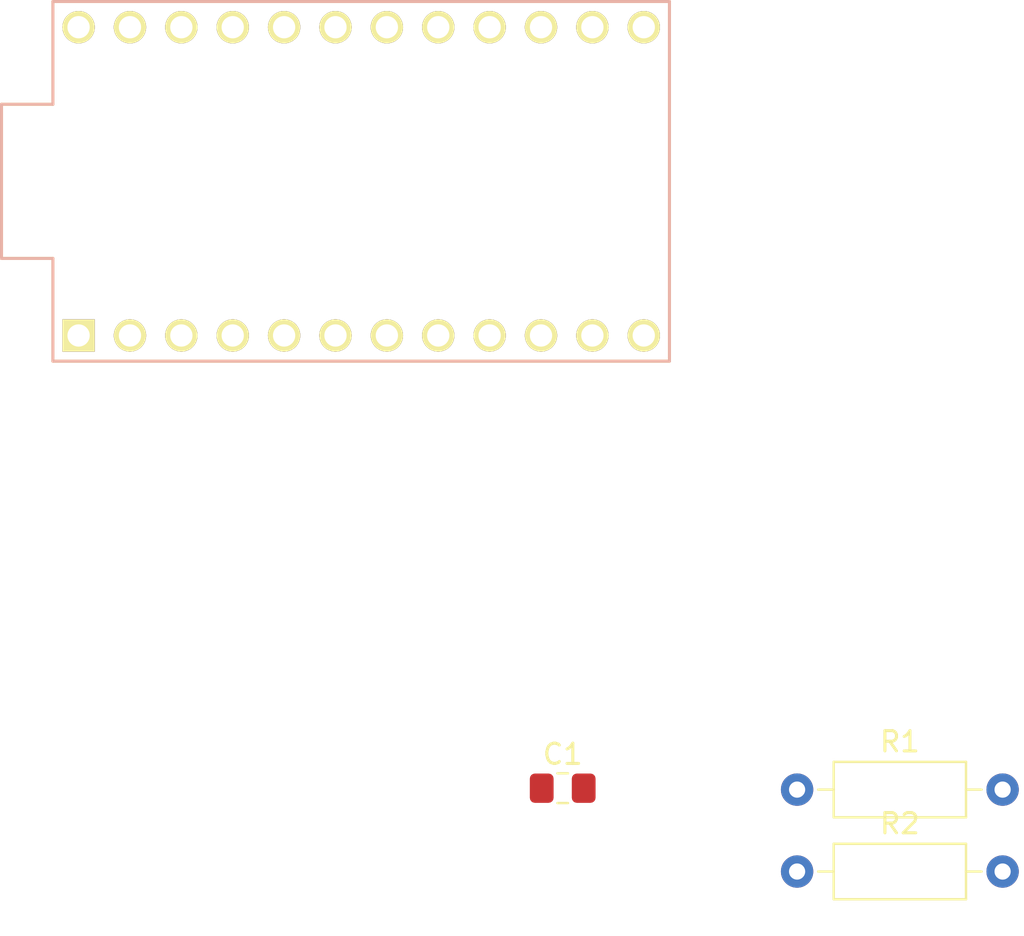
<source format=kicad_pcb>
(kicad_pcb (version 20240108) (generator "pcbnew") (generator_version "8.0")
  (layers (0 "F.Cu" signal) (31 "B.Cu" signal) (34 "B.Paste" user) (35 "F.Paste" user) (36 "B.SilkS" user "B.Silkscreen") (37 "F.SilkS" user "F.Silkscreen") (38 "B.Mask" user) (39 "F.Mask" user) (44 "Edge.Cuts" user))
  (net 0 "")
  (net 7 "GND")
  (net 8 "SDA")
  (net 12 "SCL")
  (net 22 "+5V")
  (net 24 "Net-(U1-A0)")
  (footprint "Resistor_THT:R_Axial_DIN0207_L6.3mm_D2.5mm_P10.16mm_Horizontal" (layer "F.Cu") (at 62.55 69.07)
    (property "Reference" "R1" (at 5.08 -2.37 0) (layer "F.SilkS"))
    (property "Value" "47K")
    (fp_line (start 1.04 0) (end 1.81 0) (stroke (width 0.12)) (layer "F.SilkS"))
    (fp_line (start 1.81 -1.37) (end 1.81 1.37) (stroke (width 0.12)) (layer "F.SilkS"))
    (fp_line (start 1.81 1.37) (end 8.35 1.37) (stroke (width 0.12)) (layer "F.SilkS"))
    (fp_line (start 8.35 -1.37) (end 1.81 -1.37) (stroke (width 0.12)) (layer "F.SilkS"))
    (fp_line (start 8.35 1.37) (end 8.35 -1.37) (stroke (width 0.12)) (layer "F.SilkS"))
    (fp_line (start 9.12 0) (end 8.35 0) (stroke (width 0.12)) (layer "F.SilkS"))
    (pad "1" thru_hole circle (at 0 0) (size 1.6 1.6) (drill 0.8) (layers "*.Cu" "*.Mask"))
    (pad "2" thru_hole oval (at 10.16 0) (size 1.6 1.6) (drill 0.8) (layers "*.Cu" "*.Mask") (net 24 "Net-(U1-A0)"))
  )
  (footprint "Capacitor_SMD:C_0805_2012Metric_Pad1.18x1.45mm_HandSolder" (layer "F.Cu") (at 50.9625 69)
    (property "Reference" "C1" (at 0 -1.68 0) (layer "F.SilkS"))
    (property "Value" "0.1uF")
    (fp_line (start -0.261252 -0.735) (end 0.261252 -0.735) (stroke (width 0.12)) (layer "F.SilkS"))
    (fp_line (start -0.261252 0.735) (end 0.261252 0.735) (stroke (width 0.12)) (layer "F.SilkS"))
    (pad "1" smd roundrect (at -1.0375 0) (size 1.175 1.45) (layers "F.Cu" "F.Paste" "F.Mask") (roundrect_rratio 0.212766) (net 24 "Net-(U1-A0)"))
    (pad "2" smd roundrect (at 1.0375 0) (size 1.175 1.45) (layers "F.Cu" "F.Paste" "F.Mask") (roundrect_rratio 0.212766) (net 7 "GND"))
  )
  (footprint "Controller Module Library:ProMicro" (layer "F.Cu") (at 41 39)
    (property "Reference" "U1" (hide yes))
    (property "Value" "ProMicro")
    (fp_line (start -17.78 -3.81) (end -15.24 -3.81) (stroke (width 0.15)) (layer "B.SilkS"))
    (fp_line (start -17.78 3.81) (end -17.78 -3.81) (stroke (width 0.15)) (layer "B.SilkS"))
    (fp_line (start -15.24 -8.89) (end 15.24 -8.89) (stroke (width 0.15)) (layer "B.SilkS"))
    (fp_line (start -15.24 -3.81) (end -15.24 -8.89) (stroke (width 0.15)) (layer "B.SilkS"))
    (fp_line (start -15.24 3.81) (end -17.78 3.81) (stroke (width 0.15)) (layer "B.SilkS"))
    (fp_line (start -15.24 8.89) (end -15.24 3.81) (stroke (width 0.15)) (layer "B.SilkS"))
    (fp_line (start 15.24 -8.89) (end 15.24 8.89) (stroke (width 0.15)) (layer "B.SilkS"))
    (fp_line (start 15.24 8.89) (end -15.24 8.89) (stroke (width 0.15)) (layer "B.SilkS"))
    (fp_line (start -17.78 -3.81) (end -15.24 -3.81) (stroke (width 0.15)) (layer "F.SilkS"))
    (fp_line (start -17.78 3.81) (end -17.78 -3.81) (stroke (width 0.15)) (layer "F.SilkS"))
    (fp_line (start -15.24 -8.89) (end 15.24 -8.89) (stroke (width 0.15)) (layer "F.SilkS"))
    (fp_line (start -15.24 -3.81) (end -15.24 -8.89) (stroke (width 0.15)) (layer "F.SilkS"))
    (fp_line (start -15.24 3.81) (end -17.78 3.81) (stroke (width 0.15)) (layer "F.SilkS"))
    (fp_line (start -15.24 8.89) (end -15.24 3.81) (stroke (width 0.15)) (layer "F.SilkS"))
    (fp_line (start -15.24 8.89) (end 15.24 8.89) (stroke (width 0.15)) (layer "F.SilkS"))
    (fp_line (start 15.24 -8.89) (end 15.24 8.89) (stroke (width 0.15)) (layer "F.SilkS"))
    (pad "1" thru_hole rect (at -13.97 7.62) (size 1.6 1.6) (drill 1.1) (layers "*.Cu" "*.Mask" "F.SilkS"))
    (pad "2" thru_hole circle (at -11.43 7.62) (size 1.6 1.6) (drill 1.1) (layers "*.Cu" "*.Mask" "F.SilkS"))
    (pad "3" thru_hole circle (at -8.89 7.62) (size 1.6 1.6) (drill 1.1) (layers "*.Cu" "*.Mask" "F.SilkS"))
    (pad "4" thru_hole circle (at -6.35 7.62) (size 1.6 1.6) (drill 1.1) (layers "*.Cu" "*.Mask" "F.SilkS"))
    (pad "5" thru_hole circle (at -3.81 7.62) (size 1.6 1.6) (drill 1.1) (layers "*.Cu" "*.Mask" "F.SilkS") (net 8 "SDA"))
    (pad "6" thru_hole circle (at -1.27 7.62) (size 1.6 1.6) (drill 1.1) (layers "*.Cu" "*.Mask" "F.SilkS") (net 12 "SCL"))
    (pad "7" thru_hole circle (at 1.27 7.62) (size 1.6 1.6) (drill 1.1) (layers "*.Cu" "*.Mask" "F.SilkS"))
    (pad "8" thru_hole circle (at 3.81 7.62) (size 1.6 1.6) (drill 1.1) (layers "*.Cu" "*.Mask" "F.SilkS"))
    (pad "9" thru_hole circle (at 6.35 7.62) (size 1.6 1.6) (drill 1.1) (layers "*.Cu" "*.Mask" "F.SilkS"))
    (pad "10" thru_hole circle (at 8.89 7.62) (size 1.6 1.6) (drill 1.1) (layers "*.Cu" "*.Mask" "F.SilkS"))
    (pad "11" thru_hole circle (at 11.43 7.62) (size 1.6 1.6) (drill 1.1) (layers "*.Cu" "*.Mask" "F.SilkS"))
    (pad "12" thru_hole circle (at 13.97 7.62) (size 1.6 1.6) (drill 1.1) (layers "*.Cu" "*.Mask" "F.SilkS"))
    (pad "13" thru_hole circle (at 13.97 -7.62) (size 1.6 1.6) (drill 1.1) (layers "*.Cu" "*.Mask" "F.SilkS"))
    (pad "14" thru_hole circle (at 11.43 -7.62) (size 1.6 1.6) (drill 1.1) (layers "*.Cu" "*.Mask" "F.SilkS"))
    (pad "15" thru_hole circle (at 8.89 -7.62) (size 1.6 1.6) (drill 1.1) (layers "*.Cu" "*.Mask" "F.SilkS"))
    (pad "16" thru_hole circle (at 6.35 -7.62) (size 1.6 1.6) (drill 1.1) (layers "*.Cu" "*.Mask" "F.SilkS"))
    (pad "17" thru_hole circle (at 3.81 -7.62) (size 1.6 1.6) (drill 1.1) (layers "*.Cu" "*.Mask" "F.SilkS") (net 24 "Net-(U1-A0)"))
    (pad "18" thru_hole circle (at 1.27 -7.62) (size 1.6 1.6) (drill 1.1) (layers "*.Cu" "*.Mask" "F.SilkS"))
    (pad "19" thru_hole circle (at -1.27 -7.62) (size 1.6 1.6) (drill 1.1) (layers "*.Cu" "*.Mask" "F.SilkS"))
    (pad "20" thru_hole circle (at -3.81 -7.62) (size 1.6 1.6) (drill 1.1) (layers "*.Cu" "*.Mask" "F.SilkS"))
    (pad "21" thru_hole circle (at -6.35 -7.62) (size 1.6 1.6) (drill 1.1) (layers "*.Cu" "*.Mask" "F.SilkS") (net 22 "+5V"))
    (pad "22" thru_hole circle (at -8.89 -7.62) (size 1.6 1.6) (drill 1.1) (layers "*.Cu" "*.Mask" "F.SilkS"))
    (pad "23" thru_hole circle (at -11.43 -7.62) (size 1.6 1.6) (drill 1.1) (layers "*.Cu" "*.Mask" "F.SilkS") (net 7 "GND"))
    (pad "24" thru_hole circle (at -13.97 -7.62) (size 1.6 1.6) (drill 1.1) (layers "*.Cu" "*.Mask" "F.SilkS"))
  )
  (footprint "Resistor_THT:R_Axial_DIN0207_L6.3mm_D2.5mm_P10.16mm_Horizontal" (layer "F.Cu") (at 62.55 73.12)
    (property "Reference" "R2" (at 5.08 -2.37 0) (layer "F.SilkS"))
    (property "Value" "4.7K")
    (fp_line (start 1.04 0) (end 1.81 0) (stroke (width 0.12)) (layer "F.SilkS"))
    (fp_line (start 1.81 -1.37) (end 1.81 1.37) (stroke (width 0.12)) (layer "F.SilkS"))
    (fp_line (start 1.81 1.37) (end 8.35 1.37) (stroke (width 0.12)) (layer "F.SilkS"))
    (fp_line (start 8.35 -1.37) (end 1.81 -1.37) (stroke (width 0.12)) (layer "F.SilkS"))
    (fp_line (start 8.35 1.37) (end 8.35 -1.37) (stroke (width 0.12)) (layer "F.SilkS"))
    (fp_line (start 9.12 0) (end 8.35 0) (stroke (width 0.12)) (layer "F.SilkS"))
    (pad "1" thru_hole circle (at 0 0) (size 1.6 1.6) (drill 0.8) (layers "*.Cu" "*.Mask") (net 24 "Net-(U1-A0)"))
    (pad "2" thru_hole oval (at 10.16 0) (size 1.6 1.6) (drill 0.8) (layers "*.Cu" "*.Mask") (net 7 "GND"))
  )
)
</source>
